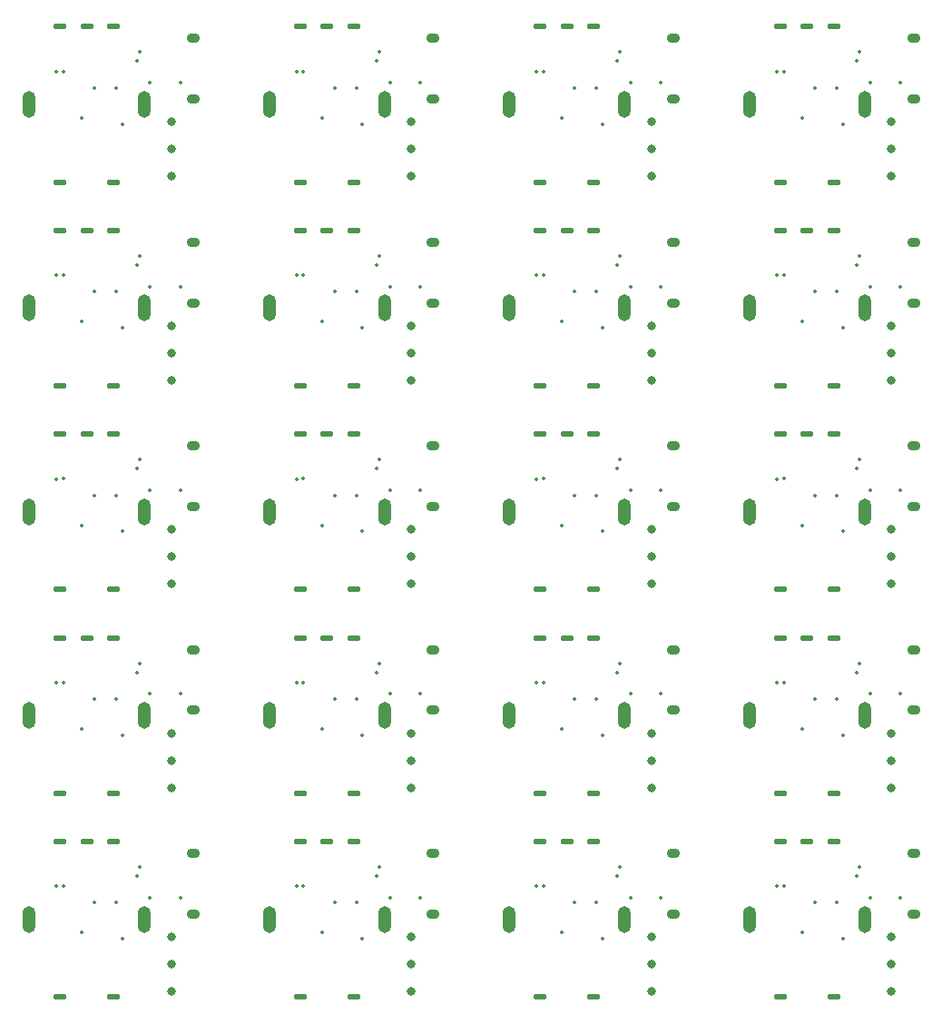
<source format=gbr>
%TF.GenerationSoftware,Altium Limited,Altium Designer,20.1.8 (145)*%
G04 Layer_Color=0*
%FSLAX45Y45*%
%MOMM*%
%TF.SameCoordinates,31433496-A159-4958-A2C2-D52C18178038*%
%TF.FilePolarity,Positive*%
%TF.FileFunction,Plated,1,2,PTH,Drill*%
%TF.Part,CustomerPanel*%
G01*
G75*
%TA.AperFunction,ComponentDrill*%
%ADD59O,1.20000X0.90000*%
%ADD60C,0.80000*%
%ADD61O,1.25000X0.50000*%
%ADD62O,1.25000X2.50000*%
%TA.AperFunction,ViaDrill,NotFilled*%
%ADD63C,0.35000*%
D59*
X2448480Y1249000D02*
D03*
Y1815000D02*
D03*
X4688480Y1249000D02*
D03*
Y1815000D02*
D03*
X6928480Y1249000D02*
D03*
Y1815000D02*
D03*
X9168480Y1249000D02*
D03*
Y1815000D02*
D03*
X2448480Y3149000D02*
D03*
Y3715000D02*
D03*
X4688480Y3149000D02*
D03*
Y3715000D02*
D03*
X6928480Y3149000D02*
D03*
Y3715000D02*
D03*
X9168480Y3149000D02*
D03*
Y3715000D02*
D03*
X2448480Y5049000D02*
D03*
Y5615000D02*
D03*
X4688480Y5049000D02*
D03*
Y5615000D02*
D03*
X6928480Y5049000D02*
D03*
Y5615000D02*
D03*
X9168480Y5049000D02*
D03*
Y5615000D02*
D03*
X2448480Y6949000D02*
D03*
Y7515000D02*
D03*
X4688480Y6949000D02*
D03*
Y7515000D02*
D03*
X6928480Y6949000D02*
D03*
Y7515000D02*
D03*
X9168480Y6949000D02*
D03*
Y7515000D02*
D03*
X2448480Y8849000D02*
D03*
Y9415000D02*
D03*
X4688480Y8849000D02*
D03*
Y9415000D02*
D03*
X6928480Y8849000D02*
D03*
Y9415000D02*
D03*
X9168480Y8849000D02*
D03*
Y9415000D02*
D03*
D60*
X2244000Y781000D02*
D03*
Y1035000D02*
D03*
Y527000D02*
D03*
X4484000Y781000D02*
D03*
Y1035000D02*
D03*
Y527000D02*
D03*
X6724000Y781000D02*
D03*
Y1035000D02*
D03*
Y527000D02*
D03*
X8964000Y781000D02*
D03*
Y1035000D02*
D03*
Y527000D02*
D03*
X2244000Y2681000D02*
D03*
Y2935000D02*
D03*
Y2427000D02*
D03*
X4484000Y2681000D02*
D03*
Y2935000D02*
D03*
Y2427000D02*
D03*
X6724000Y2681000D02*
D03*
Y2935000D02*
D03*
Y2427000D02*
D03*
X8964000Y2681000D02*
D03*
Y2935000D02*
D03*
Y2427000D02*
D03*
X2244000Y4581000D02*
D03*
Y4835000D02*
D03*
Y4327000D02*
D03*
X4484000Y4581000D02*
D03*
Y4835000D02*
D03*
Y4327000D02*
D03*
X6724000Y4581000D02*
D03*
Y4835000D02*
D03*
Y4327000D02*
D03*
X8964000Y4581000D02*
D03*
Y4835000D02*
D03*
Y4327000D02*
D03*
X2244000Y6481000D02*
D03*
Y6735000D02*
D03*
Y6227000D02*
D03*
X4484000Y6481000D02*
D03*
Y6735000D02*
D03*
Y6227000D02*
D03*
X6724000Y6481000D02*
D03*
Y6735000D02*
D03*
Y6227000D02*
D03*
X8964000Y6481000D02*
D03*
Y6735000D02*
D03*
Y6227000D02*
D03*
X2244000Y8381000D02*
D03*
Y8635000D02*
D03*
Y8127000D02*
D03*
X4484000Y8381000D02*
D03*
Y8635000D02*
D03*
Y8127000D02*
D03*
X6724000Y8381000D02*
D03*
Y8635000D02*
D03*
Y8127000D02*
D03*
X8964000Y8381000D02*
D03*
Y8635000D02*
D03*
Y8127000D02*
D03*
D61*
X1205420Y475500D02*
D03*
X1705420D02*
D03*
X1455420Y1925500D02*
D03*
X1205420D02*
D03*
X1705420D02*
D03*
X3445420Y475500D02*
D03*
X3945420D02*
D03*
X3695420Y1925500D02*
D03*
X3445420D02*
D03*
X3945420D02*
D03*
X5685420Y475500D02*
D03*
X6185420D02*
D03*
X5935420Y1925500D02*
D03*
X5685420D02*
D03*
X6185420D02*
D03*
X7925420Y475500D02*
D03*
X8425420D02*
D03*
X8175420Y1925500D02*
D03*
X7925420D02*
D03*
X8425420D02*
D03*
X1205420Y2375500D02*
D03*
X1705420D02*
D03*
X1455420Y3825500D02*
D03*
X1205420D02*
D03*
X1705420D02*
D03*
X3445420Y2375500D02*
D03*
X3945420D02*
D03*
X3695420Y3825500D02*
D03*
X3445420D02*
D03*
X3945420D02*
D03*
X5685420Y2375500D02*
D03*
X6185420D02*
D03*
X5935420Y3825500D02*
D03*
X5685420D02*
D03*
X6185420D02*
D03*
X7925420Y2375500D02*
D03*
X8425420D02*
D03*
X8175420Y3825500D02*
D03*
X7925420D02*
D03*
X8425420D02*
D03*
X1205420Y4275500D02*
D03*
X1705420D02*
D03*
X1455420Y5725500D02*
D03*
X1205420D02*
D03*
X1705420D02*
D03*
X3445420Y4275500D02*
D03*
X3945420D02*
D03*
X3695420Y5725500D02*
D03*
X3445420D02*
D03*
X3945420D02*
D03*
X5685420Y4275500D02*
D03*
X6185420D02*
D03*
X5935420Y5725500D02*
D03*
X5685420D02*
D03*
X6185420D02*
D03*
X7925420Y4275500D02*
D03*
X8425420D02*
D03*
X8175420Y5725500D02*
D03*
X7925420D02*
D03*
X8425420D02*
D03*
X1205420Y6175500D02*
D03*
X1705420D02*
D03*
X1455420Y7625500D02*
D03*
X1205420D02*
D03*
X1705420D02*
D03*
X3445420Y6175500D02*
D03*
X3945420D02*
D03*
X3695420Y7625500D02*
D03*
X3445420D02*
D03*
X3945420D02*
D03*
X5685420Y6175500D02*
D03*
X6185420D02*
D03*
X5935420Y7625500D02*
D03*
X5685420D02*
D03*
X6185420D02*
D03*
X7925420Y6175500D02*
D03*
X8425420D02*
D03*
X8175420Y7625500D02*
D03*
X7925420D02*
D03*
X8425420D02*
D03*
X1205420Y8075500D02*
D03*
X1705420D02*
D03*
X1455420Y9525500D02*
D03*
X1205420D02*
D03*
X1705420D02*
D03*
X3445420Y8075500D02*
D03*
X3945420D02*
D03*
X3695420Y9525500D02*
D03*
X3445420D02*
D03*
X3945420D02*
D03*
X5685420Y8075500D02*
D03*
X6185420D02*
D03*
X5935420Y9525500D02*
D03*
X5685420D02*
D03*
X6185420D02*
D03*
X7925420Y8075500D02*
D03*
X8425420D02*
D03*
X8175420Y9525500D02*
D03*
X7925420D02*
D03*
X8425420D02*
D03*
D62*
X917920Y1200500D02*
D03*
X1992920D02*
D03*
X3157920D02*
D03*
X4232920D02*
D03*
X5397920D02*
D03*
X6472920D02*
D03*
X7637920D02*
D03*
X8712920D02*
D03*
X917920Y3100500D02*
D03*
X1992920D02*
D03*
X3157920D02*
D03*
X4232920D02*
D03*
X5397920D02*
D03*
X6472920D02*
D03*
X7637920D02*
D03*
X8712920D02*
D03*
X917920Y5000500D02*
D03*
X1992920D02*
D03*
X3157920D02*
D03*
X4232920D02*
D03*
X5397920D02*
D03*
X6472920D02*
D03*
X7637920D02*
D03*
X8712920D02*
D03*
X917920Y6900500D02*
D03*
X1992920D02*
D03*
X3157920D02*
D03*
X4232920D02*
D03*
X5397920D02*
D03*
X6472920D02*
D03*
X7637920D02*
D03*
X8712920D02*
D03*
X917920Y8800500D02*
D03*
X1992920D02*
D03*
X3157920D02*
D03*
X4232920D02*
D03*
X5397920D02*
D03*
X6472920D02*
D03*
X7637920D02*
D03*
X8712920D02*
D03*
D63*
X1170420Y1506661D02*
D03*
X1237450Y1508455D02*
D03*
X1526464Y1353300D02*
D03*
X1408945Y1074127D02*
D03*
X1787639Y1016876D02*
D03*
X1730500Y1353300D02*
D03*
X1922209Y1602080D02*
D03*
X1947208Y1687001D02*
D03*
X2327708Y1402000D02*
D03*
X2046843D02*
D03*
X3410420Y1506661D02*
D03*
X3477450Y1508455D02*
D03*
X3766464Y1353300D02*
D03*
X3648945Y1074127D02*
D03*
X4027639Y1016876D02*
D03*
X3970500Y1353300D02*
D03*
X4162209Y1602080D02*
D03*
X4187208Y1687001D02*
D03*
X4567708Y1402000D02*
D03*
X4286843D02*
D03*
X5650420Y1506661D02*
D03*
X5717450Y1508455D02*
D03*
X6006464Y1353300D02*
D03*
X5888945Y1074127D02*
D03*
X6267639Y1016876D02*
D03*
X6210500Y1353300D02*
D03*
X6402209Y1602080D02*
D03*
X6427208Y1687001D02*
D03*
X6807708Y1402000D02*
D03*
X6526843D02*
D03*
X7890420Y1506661D02*
D03*
X7957450Y1508455D02*
D03*
X8246464Y1353300D02*
D03*
X8128945Y1074127D02*
D03*
X8507639Y1016876D02*
D03*
X8450500Y1353300D02*
D03*
X8642209Y1602080D02*
D03*
X8667208Y1687001D02*
D03*
X9047708Y1402000D02*
D03*
X8766843D02*
D03*
X1170420Y3406661D02*
D03*
X1237450Y3408455D02*
D03*
X1526464Y3253300D02*
D03*
X1408945Y2974127D02*
D03*
X1787639Y2916876D02*
D03*
X1730500Y3253300D02*
D03*
X1922209Y3502080D02*
D03*
X1947208Y3587001D02*
D03*
X2327708Y3302000D02*
D03*
X2046843D02*
D03*
X3410420Y3406661D02*
D03*
X3477450Y3408455D02*
D03*
X3766464Y3253300D02*
D03*
X3648945Y2974127D02*
D03*
X4027639Y2916876D02*
D03*
X3970500Y3253300D02*
D03*
X4162209Y3502080D02*
D03*
X4187208Y3587001D02*
D03*
X4567708Y3302000D02*
D03*
X4286843D02*
D03*
X5650420Y3406661D02*
D03*
X5717450Y3408455D02*
D03*
X6006464Y3253300D02*
D03*
X5888945Y2974127D02*
D03*
X6267639Y2916876D02*
D03*
X6210500Y3253300D02*
D03*
X6402209Y3502080D02*
D03*
X6427208Y3587001D02*
D03*
X6807708Y3302000D02*
D03*
X6526843D02*
D03*
X7890420Y3406661D02*
D03*
X7957450Y3408455D02*
D03*
X8246464Y3253300D02*
D03*
X8128945Y2974127D02*
D03*
X8507639Y2916876D02*
D03*
X8450500Y3253300D02*
D03*
X8642209Y3502080D02*
D03*
X8667208Y3587001D02*
D03*
X9047708Y3302000D02*
D03*
X8766843D02*
D03*
X1170420Y5306661D02*
D03*
X1237450Y5308455D02*
D03*
X1526464Y5153300D02*
D03*
X1408945Y4874127D02*
D03*
X1787639Y4816876D02*
D03*
X1730500Y5153300D02*
D03*
X1922209Y5402080D02*
D03*
X1947208Y5487001D02*
D03*
X2327708Y5202000D02*
D03*
X2046843D02*
D03*
X3410420Y5306661D02*
D03*
X3477450Y5308455D02*
D03*
X3766464Y5153300D02*
D03*
X3648945Y4874127D02*
D03*
X4027639Y4816876D02*
D03*
X3970500Y5153300D02*
D03*
X4162209Y5402080D02*
D03*
X4187208Y5487001D02*
D03*
X4567708Y5202000D02*
D03*
X4286843D02*
D03*
X5650420Y5306661D02*
D03*
X5717450Y5308455D02*
D03*
X6006464Y5153300D02*
D03*
X5888945Y4874127D02*
D03*
X6267639Y4816876D02*
D03*
X6210500Y5153300D02*
D03*
X6402209Y5402080D02*
D03*
X6427208Y5487001D02*
D03*
X6807708Y5202000D02*
D03*
X6526843D02*
D03*
X7890420Y5306661D02*
D03*
X7957450Y5308455D02*
D03*
X8246464Y5153300D02*
D03*
X8128945Y4874127D02*
D03*
X8507639Y4816876D02*
D03*
X8450500Y5153300D02*
D03*
X8642209Y5402080D02*
D03*
X8667208Y5487001D02*
D03*
X9047708Y5202000D02*
D03*
X8766843D02*
D03*
X1170420Y7206661D02*
D03*
X1237450Y7208455D02*
D03*
X1526464Y7053300D02*
D03*
X1408945Y6774127D02*
D03*
X1787639Y6716876D02*
D03*
X1730500Y7053300D02*
D03*
X1922209Y7302080D02*
D03*
X1947208Y7387001D02*
D03*
X2327708Y7102000D02*
D03*
X2046843D02*
D03*
X3410420Y7206661D02*
D03*
X3477450Y7208455D02*
D03*
X3766464Y7053300D02*
D03*
X3648945Y6774127D02*
D03*
X4027639Y6716876D02*
D03*
X3970500Y7053300D02*
D03*
X4162209Y7302080D02*
D03*
X4187208Y7387001D02*
D03*
X4567708Y7102000D02*
D03*
X4286843D02*
D03*
X5650420Y7206661D02*
D03*
X5717450Y7208455D02*
D03*
X6006464Y7053300D02*
D03*
X5888945Y6774127D02*
D03*
X6267639Y6716876D02*
D03*
X6210500Y7053300D02*
D03*
X6402209Y7302080D02*
D03*
X6427208Y7387001D02*
D03*
X6807708Y7102000D02*
D03*
X6526843D02*
D03*
X7890420Y7206661D02*
D03*
X7957450Y7208455D02*
D03*
X8246464Y7053300D02*
D03*
X8128945Y6774127D02*
D03*
X8507639Y6716876D02*
D03*
X8450500Y7053300D02*
D03*
X8642209Y7302080D02*
D03*
X8667208Y7387001D02*
D03*
X9047708Y7102000D02*
D03*
X8766843D02*
D03*
X1170420Y9106661D02*
D03*
X1237450Y9108455D02*
D03*
X1526464Y8953300D02*
D03*
X1408945Y8674127D02*
D03*
X1787639Y8616876D02*
D03*
X1730500Y8953300D02*
D03*
X1922209Y9202080D02*
D03*
X1947208Y9287001D02*
D03*
X2327708Y9002000D02*
D03*
X2046843D02*
D03*
X3410420Y9106661D02*
D03*
X3477450Y9108455D02*
D03*
X3766464Y8953300D02*
D03*
X3648945Y8674127D02*
D03*
X4027639Y8616876D02*
D03*
X3970500Y8953300D02*
D03*
X4162209Y9202080D02*
D03*
X4187208Y9287001D02*
D03*
X4567708Y9002000D02*
D03*
X4286843D02*
D03*
X5650420Y9106661D02*
D03*
X5717450Y9108455D02*
D03*
X6006464Y8953300D02*
D03*
X5888945Y8674127D02*
D03*
X6267639Y8616876D02*
D03*
X6210500Y8953300D02*
D03*
X6402209Y9202080D02*
D03*
X6427208Y9287001D02*
D03*
X6807708Y9002000D02*
D03*
X6526843D02*
D03*
X7890420Y9106661D02*
D03*
X7957450Y9108455D02*
D03*
X8246464Y8953300D02*
D03*
X8128945Y8674127D02*
D03*
X8507639Y8616876D02*
D03*
X8450500Y8953300D02*
D03*
X8642209Y9202080D02*
D03*
X8667208Y9287001D02*
D03*
X9047708Y9002000D02*
D03*
X8766843D02*
D03*
%TF.MD5,3a63f58975b6b620f1c09f9360560bc7*%
M02*

</source>
